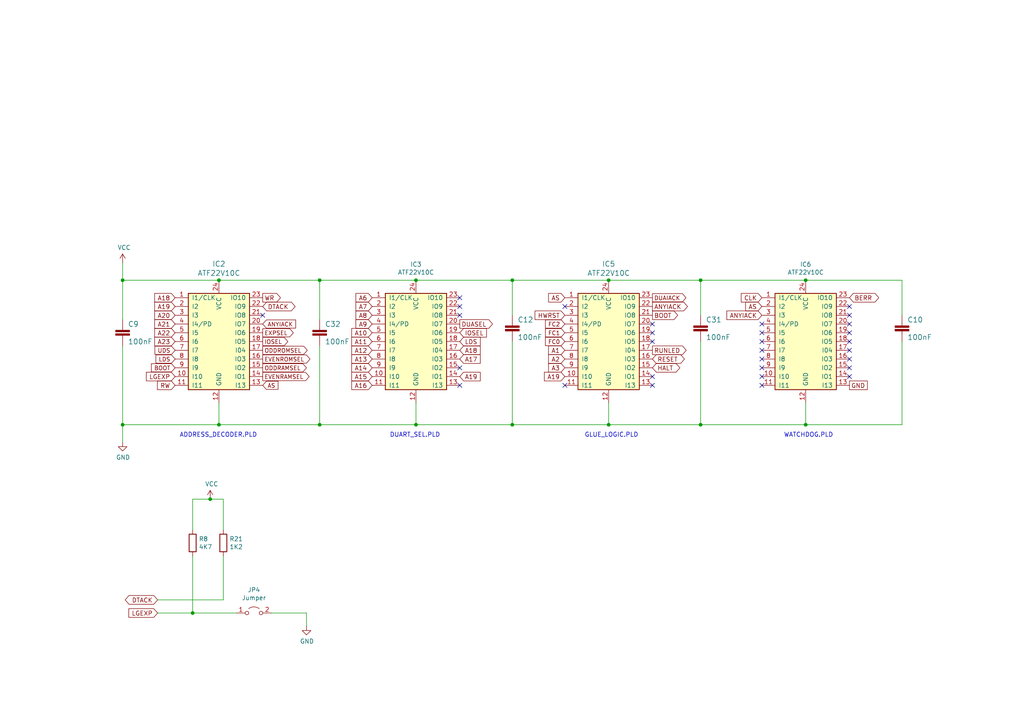
<source format=kicad_sch>
(kicad_sch (version 20211123) (generator eeschema)
  (paper "A4")
  (title_block (title "ROSCO_M68K CLASSIC MC68030 EDITION") (date "2023-11-09") (rev "1.0") (company "The Really Old-School Company Limited") (comment 1 "OSHWA UK000006 (https://certification.oshwa.org/uk000006.html)") (comment 2 "See https://github.com/roscopeco/rosco_m68k/blob/master/LICENCE.hardware.txt") (comment 3 "Open Source Hardware licenced under CERN Open Hardware Licence") (comment 4 "Copyright 2019-2023 Ross Bamford and Contributors"))
  (lib_symbols
    (symbol "Device:R" (pin_numbers hide) (pin_names (offset 0))
      (property "Reference" "R" (at 2.032 0 90))
      (property "Value" "R" (at 0 0 90))
      (symbol "R_0_1"
        (rectangle (start -1.016 -2.54) (end 1.016 2.54) (stroke (width 0.254)))
      )
      (symbol "R_1_1"
        (pin passive line (at 0 3.81 270) (length 1.27) (name "~") (number "1"))
        (pin passive line (at 0 -3.81 90) (length 1.27) (name "~") (number "2"))
      )
    )
    (symbol "Jumper:Jumper_2_Open" (pin_names (offset 0) hide)
      (property "Reference" "JP" (at 0 2.794 0))
      (property "Value" "Jumper_2_Open" (at 0 -2.286 0))
      (symbol "Jumper_2_Open_0_0"
        (circle (center -2.032 0) (radius 0.508))
        (circle (center 2.032 0) (radius 0.508))
      )
      (symbol "Jumper_2_Open_0_1"
        (arc (start 1.524 1.27) (mid 0 1.778) (end -1.524 1.27))
      )
      (symbol "Jumper_2_Open_1_1"
        (pin passive line (at -5.08 0 0) (length 2.54) (name "A") (number "1"))
        (pin passive line (at 5.08 0 180) (length 2.54) (name "B") (number "2"))
      )
    )
    (symbol "power:GND" (power) (pin_names (offset 0))
      (property "Value" "GND" (at 0 -3.81 0))
      (symbol "GND_0_1"
        (polyline (pts (xy 0 0) (xy 0 -1.27) (xy 1.27 -1.27) (xy 0 -2.54) (xy -1.27 -1.27) (xy 0 -1.27)))
      )
      (symbol "GND_1_1"
        (pin power_in line (at 0 0 270) (length 0) hide (name "GND") (number "1"))
      )
    )
    (symbol "power:VCC" (power) (pin_names (offset 0))
      (property "Value" "VCC" (at 0 3.81 0))
      (symbol "VCC_0_1"
        (polyline (pts (xy -0.762 1.27) (xy 0 2.54)))
        (polyline (pts (xy 0 0) (xy 0 2.54)))
        (polyline (pts (xy 0 2.54) (xy 0.762 1.27)))
      )
      (symbol "VCC_1_1"
        (pin power_in line (at 0 0 90) (length 0) hide (name "VCC") (number "1"))
      )
    )
    (symbol "rosco_m68k-eagle-import:C2,5-3" (pin_names (offset 1.016))
      (property "Reference" "C" (at 1.524 0.381 0))
      (property "Value" "C2,5-3" (at 1.524 -4.699 0))
      (symbol "C2,5-3_1_0"
        (rectangle (start -2.032 -2.032) (end 2.032 -1.524) (fill (type outline)))
        (rectangle (start -2.032 -1.016) (end 2.032 -0.508) (fill (type outline)))
        (polyline (pts (xy 0 -2.54) (xy 0 -2.032)))
        (polyline (pts (xy 0 0) (xy 0 -0.508)))
        (pin passive line (at 0 2.54 270) (length 2.54) (name "1") (number "1"))
        (pin passive line (at 0 -5.08 90) (length 2.54) (name "2") (number "2"))
      )
    )
    (symbol "rosco_m68k-rescue:GAL22V10" (pin_names (offset 1.016))
      (property "Reference" "IC" (at -8.89 16.51 0))
      (property "Value" "GAL22V10" (at 1.27 16.51 0))
      (symbol "GAL22V10_0_0"
        (pin power_in line (at 0 -17.78 90) (length 3.81) (name "GND") (number "12"))
        (pin power_in line (at 0 17.78 270) (length 3.81) (name "VCC") (number "24"))
      )
      (symbol "GAL22V10_0_1"
        (rectangle (start -8.89 13.97) (end 8.89 -13.97) (stroke (width 0.254)) (fill (type background)))
      )
      (symbol "GAL22V10_1_1"
        (pin input line (at -12.7 12.7 0) (length 3.81) (name "I1/CLK") (number "1"))
        (pin input line (at -12.7 -10.16 0) (length 3.81) (name "I10") (number "10"))
        (pin input line (at -12.7 -12.7 0) (length 3.81) (name "I11") (number "11"))
        (pin input line (at 12.7 -12.7 180) (length 3.81) (name "I13") (number "13"))
        (pin bidirectional line (at 12.7 -10.16 180) (length 3.81) (name "IO1") (number "14"))
        (pin bidirectional line (at 12.7 -7.62 180) (length 3.81) (name "IO2") (number "15"))
        (pin bidirectional line (at 12.7 -5.08 180) (length 3.81) (name "IO3") (number "16"))
        (pin bidirectional line (at 12.7 -2.54 180) (length 3.81) (name "I04") (number "17"))
        (pin bidirectional line (at 12.7 0 180) (length 3.81) (name "IO5") (number "18"))
        (pin bidirectional line (at 12.7 2.54 180) (length 3.81) (name "IO6") (number "19"))
        (pin input line (at -12.7 10.16 0) (length 3.81) (name "I2") (number "2"))
        (pin bidirectional line (at 12.7 5.08 180) (length 3.81) (name "IO7") (number "20"))
        (pin bidirectional line (at 12.7 7.62 180) (length 3.81) (name "IO8") (number "21"))
        (pin bidirectional line (at 12.7 10.16 180) (length 3.81) (name "IO9") (number "22"))
        (pin bidirectional line (at 12.7 12.7 180) (length 3.81) (name "IO10") (number "23"))
        (pin input line (at -12.7 7.62 0) (length 3.81) (name "I3") (number "3"))
        (pin input line (at -12.7 5.08 0) (length 3.81) (name "I4/PD") (number "4"))
        (pin input line (at -12.7 2.54 0) (length 3.81) (name "I5") (number "5"))
        (pin input line (at -12.7 0 0) (length 3.81) (name "I6") (number "6"))
        (pin input line (at -12.7 -2.54 0) (length 3.81) (name "I7") (number "7"))
        (pin input line (at -12.7 -5.08 0) (length 3.81) (name "I8") (number "8"))
        (pin input line (at -12.7 -7.62 0) (length 3.81) (name "I9") (number "9"))
      )
    )
  )
  (junction (at 92.71 123.19))
  (junction (at 233.68 81.28))
  (junction (at 176.53 123.19))
  (junction (at 148.59 81.28))
  (junction (at 63.5 123.19))
  (junction (at 120.65 123.19))
  (junction (at 63.5 81.28))
  (junction (at 203.2 123.19))
  (junction (at 148.59 123.19))
  (junction (at 176.53 81.28))
  (junction (at 233.68 123.19))
  (junction (at 35.56 81.28))
  (junction (at 92.71 81.28))
  (junction (at 120.65 81.28))
  (junction (at 35.56 123.19))
  (junction (at 203.2 81.28))
  (junction (at 60.96 144.78))
  (junction (at 55.88 177.8))
  (no_connect (at 133.35 88.9))
  (no_connect (at 220.98 93.98))
  (no_connect (at 133.35 91.44))
  (no_connect (at 133.35 106.68))
  (no_connect (at 133.35 86.36))
  (no_connect (at 246.38 99.06))
  (no_connect (at 246.38 93.98))
  (no_connect (at 220.98 111.76))
  (no_connect (at 220.98 101.6))
  (no_connect (at 246.38 91.44))
  (no_connect (at 189.23 111.76))
  (no_connect (at 246.38 109.22))
  (no_connect (at 220.98 99.06))
  (no_connect (at 76.2 91.44))
  (no_connect (at 133.35 111.76))
  (no_connect (at 246.38 88.9))
  (no_connect (at 246.38 96.52))
  (no_connect (at 189.23 96.52))
  (no_connect (at 220.98 96.52))
  (no_connect (at 163.83 111.76))
  (no_connect (at 246.38 106.68))
  (no_connect (at 246.38 104.14))
  (no_connect (at 246.38 101.6))
  (no_connect (at 189.23 109.22))
  (no_connect (at 220.98 109.22))
  (no_connect (at 220.98 104.14))
  (no_connect (at 189.23 93.98))
  (no_connect (at 220.98 106.68))
  (no_connect (at 189.23 99.06))
  (no_connect (at 163.83 88.9))
  (wire (pts (xy 148.59 99.06) (xy 148.59 123.19)))
  (wire (pts (xy 63.5 123.19) (xy 92.71 123.19)))
  (wire (pts (xy 64.77 161.29) (xy 64.77 173.99)))
  (wire (pts (xy 88.9 177.8) (xy 88.9 181.61)))
  (wire (pts (xy 233.68 116.84) (xy 233.68 123.19)))
  (wire (pts (xy 233.68 123.19) (xy 261.62 123.19)))
  (wire (pts (xy 45.72 173.99) (xy 64.77 173.99)))
  (wire (pts (xy 92.71 81.28) (xy 63.5 81.28)))
  (wire (pts (xy 35.56 81.28) (xy 63.5 81.28)))
  (wire (pts (xy 261.62 81.28) (xy 261.62 91.44)))
  (wire (pts (xy 78.74 177.8) (xy 88.9 177.8)))
  (wire (pts (xy 120.65 123.19) (xy 120.65 116.84)))
  (wire (pts (xy 92.71 92.71) (xy 92.71 81.28)))
  (wire (pts (xy 63.5 116.84) (xy 63.5 123.19)))
  (wire (pts (xy 35.56 123.19) (xy 63.5 123.19)))
  (wire (pts (xy 55.88 153.67) (xy 55.88 144.78)))
  (wire (pts (xy 148.59 123.19) (xy 176.53 123.19)))
  (wire (pts (xy 35.56 123.19) (xy 35.56 128.27)))
  (wire (pts (xy 203.2 123.19) (xy 233.68 123.19)))
  (wire (pts (xy 176.53 116.84) (xy 176.53 123.19)))
  (wire (pts (xy 55.88 177.8) (xy 68.58 177.8)))
  (wire (pts (xy 64.77 144.78) (xy 64.77 153.67)))
  (wire (pts (xy 92.71 81.28) (xy 120.65 81.28)))
  (wire (pts (xy 92.71 123.19) (xy 120.65 123.19)))
  (wire (pts (xy 203.2 81.28) (xy 233.68 81.28)))
  (wire (pts (xy 45.72 177.8) (xy 55.88 177.8)))
  (wire (pts (xy 55.88 144.78) (xy 60.96 144.78)))
  (wire (pts (xy 148.59 81.28) (xy 176.53 81.28)))
  (wire (pts (xy 203.2 99.06) (xy 203.2 123.19)))
  (wire (pts (xy 60.96 144.78) (xy 64.77 144.78)))
  (wire (pts (xy 148.59 123.19) (xy 120.65 123.19)))
  (wire (pts (xy 35.56 100.33) (xy 35.56 123.19)))
  (wire (pts (xy 55.88 161.29) (xy 55.88 177.8)))
  (wire (pts (xy 176.53 123.19) (xy 203.2 123.19)))
  (wire (pts (xy 92.71 100.33) (xy 92.71 123.19)))
  (wire (pts (xy 35.56 92.71) (xy 35.56 81.28)))
  (wire (pts (xy 148.59 81.28) (xy 120.65 81.28)))
  (wire (pts (xy 261.62 99.06) (xy 261.62 123.19)))
  (wire (pts (xy 203.2 81.28) (xy 203.2 91.44)))
  (wire (pts (xy 35.56 76.2) (xy 35.56 81.28)))
  (wire (pts (xy 148.59 81.28) (xy 148.59 91.44)))
  (wire (pts (xy 176.53 81.28) (xy 203.2 81.28)))
  (wire (pts (xy 233.68 81.28) (xy 261.62 81.28)))
  (text "GLUE_LOGIC.PLD" (at 169.545 127 0) (effects (font (size 1.27 1.27)) (justify left bottom)))
  (text "ADDRESS_DECODER.PLD" (at 52.07 127 0) (effects (font (size 1.27 1.27)) (justify left bottom)))
  (text "DUART_SEL.PLD" (at 113.03 127 0) (effects (font (size 1.27 1.27)) (justify left bottom)))
  (text "WATCHDOG.PLD" (at 227.33 127 0) (effects (font (size 1.27 1.27)) (justify left bottom)))
  (global_label "A8" (shape input) (at 107.95 91.44 180) (property "Intersheet References" "${INTERSHEET_REFS}" (effects hide)))
  (global_label "A3" (shape input) (at 163.83 106.68 180) (property "Intersheet References" "${INTERSHEET_REFS}" (effects hide)))
  (global_label "LDS" (shape input) (at 50.8 104.14 180) (effects (font (size 1.1938 1.1938))) (property "Intersheet References" "${INTERSHEET_REFS}" (effects hide)))
  (global_label "A22" (shape input) (at 50.8 96.52 180) (property "Intersheet References" "${INTERSHEET_REFS}" (effects hide)))
  (global_label "IOSEL" (shape input) (at 133.35 96.52 0) (property "Intersheet References" "${INTERSHEET_REFS}" (effects hide)))
  (global_label "ANYIACK" (shape input) (at 220.98 91.44 180) (property "Intersheet References" "${INTERSHEET_REFS}" (effects hide)))
  (global_label "DUASEL" (shape output) (at 133.35 93.98 0) (property "Intersheet References" "${INTERSHEET_REFS}" (effects hide)))
  (global_label "WR" (shape output) (at 76.2 86.36 0) (property "Intersheet References" "${INTERSHEET_REFS}" (effects hide)))
  (global_label "IOSEL" (shape output) (at 76.2 99.06 0) (effects (font (size 1.1938 1.1938))) (property "Intersheet References" "${INTERSHEET_REFS}" (effects hide)))
  (global_label "EXPSEL" (shape output) (at 76.2 96.52 0) (effects (font (size 1.1938 1.1938))) (property "Intersheet References" "${INTERSHEET_REFS}" (effects hide)))
  (global_label "A14" (shape input) (at 107.95 106.68 180) (property "Intersheet References" "${INTERSHEET_REFS}" (effects hide)))
  (global_label "A16" (shape input) (at 107.95 111.76 180) (property "Intersheet References" "${INTERSHEET_REFS}" (effects hide)))
  (global_label "ODDROMSEL" (shape output) (at 76.2 101.6 0) (effects (font (size 1.1938 1.1938))) (property "Intersheet References" "${INTERSHEET_REFS}" (effects hide)))
  (global_label "A11" (shape input) (at 107.95 99.06 180) (property "Intersheet References" "${INTERSHEET_REFS}" (effects hide)))
  (global_label "DTACK" (shape tri_state) (at 76.2 88.9 0) (property "Intersheet References" "${INTERSHEET_REFS}" (effects hide)))
  (global_label "A9" (shape input) (at 107.95 93.98 180) (property "Intersheet References" "${INTERSHEET_REFS}" (effects hide)))
  (global_label "DTACK" (shape bidirectional) (at 45.72 173.99 180) (property "Intersheet References" "${INTERSHEET_REFS}" (effects hide)))
  (global_label "AS" (shape input) (at 220.98 88.9 180) (property "Intersheet References" "${INTERSHEET_REFS}" (effects hide)))
  (global_label "CLK" (shape input) (at 220.98 86.36 180) (property "Intersheet References" "${INTERSHEET_REFS}" (effects hide)))
  (global_label "FC1" (shape input) (at 163.83 96.52 180) (effects (font (size 1.1938 1.1938))) (property "Intersheet References" "${INTERSHEET_REFS}" (effects hide)))
  (global_label "A1" (shape input) (at 163.83 101.6 180) (property "Intersheet References" "${INTERSHEET_REFS}" (effects hide)))
  (global_label "LDS" (shape input) (at 133.35 99.06 0) (property "Intersheet References" "${INTERSHEET_REFS}" (effects hide)))
  (global_label "A19" (shape input) (at 163.83 109.22 180) (property "Intersheet References" "${INTERSHEET_REFS}" (effects hide)))
  (global_label "ANYIACK" (shape input) (at 76.2 93.98 0) (effects (font (size 1.1938 1.1938))) (property "Intersheet References" "${INTERSHEET_REFS}" (effects hide)))
  (global_label "A7" (shape input) (at 107.95 88.9 180) (property "Intersheet References" "${INTERSHEET_REFS}" (effects hide)))
  (global_label "A18" (shape input) (at 50.8 86.36 180) (property "Intersheet References" "${INTERSHEET_REFS}" (effects hide)))
  (global_label "ANYIACK" (shape output) (at 189.23 88.9 0) (property "Intersheet References" "${INTERSHEET_REFS}" (effects hide)))
  (global_label "RW" (shape input) (at 50.8 111.76 180) (property "Intersheet References" "${INTERSHEET_REFS}" (effects hide)))
  (global_label "HALT" (shape tri_state) (at 189.23 106.68 0) (property "Intersheet References" "${INTERSHEET_REFS}" (effects hide)))
  (global_label "EVENROMSEL" (shape output) (at 76.2 104.14 0) (effects (font (size 1.1938 1.1938))) (property "Intersheet References" "${INTERSHEET_REFS}" (effects hide)))
  (global_label "BOOT" (shape input) (at 50.8 106.68 180) (effects (font (size 1.1938 1.1938))) (property "Intersheet References" "${INTERSHEET_REFS}" (effects hide)))
  (global_label "A15" (shape input) (at 107.95 109.22 180) (property "Intersheet References" "${INTERSHEET_REFS}" (effects hide)))
  (global_label "A17" (shape input) (at 133.35 104.14 0) (property "Intersheet References" "${INTERSHEET_REFS}" (effects hide)))
  (global_label "DUAIACK" (shape output) (at 189.23 86.36 0) (effects (font (size 1.1938 1.1938))) (property "Intersheet References" "${INTERSHEET_REFS}" (effects hide)))
  (global_label "A6" (shape input) (at 107.95 86.36 180) (property "Intersheet References" "${INTERSHEET_REFS}" (effects hide)))
  (global_label "A10" (shape input) (at 107.95 96.52 180) (property "Intersheet References" "${INTERSHEET_REFS}" (effects hide)))
  (global_label "HWRST" (shape input) (at 163.83 91.44 180) (property "Intersheet References" "${INTERSHEET_REFS}" (effects hide)))
  (global_label "A23" (shape input) (at 50.8 99.06 180) (property "Intersheet References" "${INTERSHEET_REFS}" (effects hide)))
  (global_label "AS" (shape input) (at 163.83 86.36 180) (property "Intersheet References" "${INTERSHEET_REFS}" (effects hide)))
  (global_label "LGEXP" (shape input) (at 45.72 177.8 180) (property "Intersheet References" "${INTERSHEET_REFS}" (effects hide)))
  (global_label "RESET" (shape tri_state) (at 189.23 104.14 0) (property "Intersheet References" "${INTERSHEET_REFS}" (effects hide)))
  (global_label "ODDRAMSEL" (shape output) (at 76.2 106.68 0) (effects (font (size 1.1938 1.1938))) (property "Intersheet References" "${INTERSHEET_REFS}" (effects hide)))
  (global_label "LGEXP" (shape input) (at 50.8 109.22 180) (property "Intersheet References" "${INTERSHEET_REFS}" (effects hide)))
  (global_label "A20" (shape input) (at 50.8 91.44 180) (property "Intersheet References" "${INTERSHEET_REFS}" (effects hide)))
  (global_label "AS" (shape input) (at 76.2 111.76 0) (effects (font (size 1.1938 1.1938))) (property "Intersheet References" "${INTERSHEET_REFS}" (effects hide)))
  (global_label "BOOT" (shape output) (at 189.23 91.44 0) (property "Intersheet References" "${INTERSHEET_REFS}" (effects hide)))
  (global_label "A18" (shape input) (at 133.35 101.6 0) (property "Intersheet References" "${INTERSHEET_REFS}" (effects hide)))
  (global_label "UDS" (shape input) (at 50.8 101.6 180) (effects (font (size 1.1938 1.1938))) (property "Intersheet References" "${INTERSHEET_REFS}" (effects hide)))
  (global_label "FC2" (shape input) (at 163.83 93.98 180) (effects (font (size 1.1938 1.1938))) (property "Intersheet References" "${INTERSHEET_REFS}" (effects hide)))
  (global_label "RUNLED" (shape output) (at 189.23 101.6 0) (property "Intersheet References" "${INTERSHEET_REFS}" (effects hide)))
  (global_label "A19" (shape input) (at 133.35 109.22 0) (property "Intersheet References" "${INTERSHEET_REFS}" (effects hide)))
  (global_label "EVENRAMSEL" (shape output) (at 76.2 109.22 0) (effects (font (size 1.1938 1.1938))) (property "Intersheet References" "${INTERSHEET_REFS}" (effects hide)))
  (global_label "A13" (shape input) (at 107.95 104.14 180) (property "Intersheet References" "${INTERSHEET_REFS}" (effects hide)))
  (global_label "A19" (shape input) (at 50.8 88.9 180) (property "Intersheet References" "${INTERSHEET_REFS}" (effects hide)))
  (global_label "A2" (shape input) (at 163.83 104.14 180) (property "Intersheet References" "${INTERSHEET_REFS}" (effects hide)))
  (global_label "FC0" (shape input) (at 163.83 99.06 180) (effects (font (size 1.1938 1.1938))) (property "Intersheet References" "${INTERSHEET_REFS}" (effects hide)))
  (global_label "GND" (shape passive) (at 246.38 111.76 0) (property "Intersheet References" "${INTERSHEET_REFS}" (effects hide)))
  (global_label "BERR" (shape tri_state) (at 246.38 86.36 0) (property "Intersheet References" "${INTERSHEET_REFS}" (effects hide)))
  (global_label "A21" (shape input) (at 50.8 93.98 180) (property "Intersheet References" "${INTERSHEET_REFS}" (effects hide)))
  (global_label "A12" (shape input) (at 107.95 101.6 180) (property "Intersheet References" "${INTERSHEET_REFS}" (effects hide)))
  (symbol (lib_id "rosco_m68k-rescue:GAL22V10") (at 176.53 99.06 0) (unit 1)
    (property "Reference" "IC5" (at 176.53 76.5556 0) (effects (font (size 1.4986 1.4986))))
    (property "Value" "ATF22V10C" (at 176.53 79.2226 0) (effects (font (size 1.4986 1.4986))))
    (property "Footprint" "Package_DIP:DIP-24_W7.62mm_Socket_LongPads" (effects hide))
    (property "Datasheet" "https://www.mouser.com/datasheet/2/268/doc0735-1369018.pdf" (effects hide))
  )
  (symbol (lib_id "rosco_m68k-eagle-import:C2,5-3") (at 35.56 95.25 0) (unit 1)
    (property "Reference" "C9" (at 37.084 94.869 0) (effects (font (size 1.4986 1.4986)) (justify left bottom)))
    (property "Value" "100nF" (at 37.084 99.949 0) (effects (font (size 1.4986 1.4986)) (justify left bottom)))
    (property "Footprint" "rosco_m68k:C2.5-3" (effects hide))
  )
  (symbol (lib_id "power:VCC") (at 35.56 76.2 0) (unit 1)
    (property "Reference" "#PWR0113" (effects hide))
    (property "Value" "VCC" (at 35.9918 71.8058 0))
  )
  (symbol (lib_id "power:GND") (at 35.56 128.27 0) (unit 1)
    (property "Reference" "#PWR0115" (effects hide))
    (property "Value" "GND" (at 35.687 132.6642 0))
  )
  (symbol (lib_id "rosco_m68k-rescue:GAL22V10") (at 63.5 99.06 0) (unit 1)
    (property "Reference" "IC2" (at 63.5 76.5556 0) (effects (font (size 1.4986 1.4986))))
    (property "Value" "ATF22V10C" (at 63.5 79.2226 0) (effects (font (size 1.4986 1.4986))))
    (property "Footprint" "Package_DIP:DIP-24_W7.62mm_Socket_LongPads" (effects hide))
    (property "Datasheet" "https://www.mouser.com/datasheet/2/268/doc0735-1369018.pdf" (effects hide))
  )
  (symbol (lib_id "rosco_m68k-rescue:GAL22V10") (at 233.68 99.06 0) (unit 1)
    (property "Reference" "IC6" (at 233.68 76.6826 0))
    (property "Value" "ATF22V10C" (at 233.68 78.994 0))
    (property "Footprint" "Package_DIP:DIP-24_W7.62mm_Socket_LongPads" (effects hide))
    (property "Datasheet" "https://www.mouser.com/datasheet/2/268/doc0735-1369018.pdf" (effects hide))
  )
  (symbol (lib_id "rosco_m68k-eagle-import:C2,5-3") (at 148.59 93.98 0) (unit 1)
    (property "Reference" "C12" (at 150.114 93.599 0) (effects (font (size 1.4986 1.4986)) (justify left bottom)))
    (property "Value" "100nF" (at 150.114 98.679 0) (effects (font (size 1.4986 1.4986)) (justify left bottom)))
    (property "Footprint" "rosco_m68k:C2.5-3" (effects hide))
  )
  (symbol (lib_id "Device:R") (at 55.88 157.48 0) (unit 1)
    (property "Reference" "R8" (at 57.658 156.3116 0) (effects (justify left)))
    (property "Value" "4K7" (at 57.658 158.623 0) (effects (justify left)))
    (property "Footprint" "rosco_m68k:0207_10" (effects hide))
  )
  (symbol (lib_id "Device:R") (at 64.77 157.48 0) (unit 1)
    (property "Reference" "R21" (at 66.548 156.3116 0) (effects (justify left)))
    (property "Value" "1K2" (at 66.548 158.623 0) (effects (justify left)))
    (property "Footprint" "rosco_m68k:0207_10" (effects hide))
  )
  (symbol (lib_id "power:VCC") (at 60.96 144.78 0) (unit 1)
    (property "Reference" "#PWR0116" (effects hide))
    (property "Value" "VCC" (at 61.3918 140.3858 0))
  )
  (symbol (lib_id "rosco_m68k-eagle-import:C2,5-3") (at 261.62 93.98 0) (unit 1)
    (property "Reference" "C10" (at 263.144 93.599 0) (effects (font (size 1.4986 1.4986)) (justify left bottom)))
    (property "Value" "100nF" (at 263.144 98.679 0) (effects (font (size 1.4986 1.4986)) (justify left bottom)))
    (property "Footprint" "rosco_m68k:C2.5-3" (effects hide))
  )
  (symbol (lib_id "rosco_m68k-rescue:GAL22V10") (at 120.65 99.06 0) (unit 1)
    (property "Reference" "IC3" (at 120.65 76.6826 0))
    (property "Value" "ATF22V10C" (at 120.65 78.994 0))
    (property "Footprint" "Package_DIP:DIP-24_W7.62mm_Socket_LongPads" (effects hide))
    (property "Datasheet" "https://www.mouser.com/datasheet/2/268/doc0735-1369018.pdf" (effects hide))
  )
  (symbol (lib_id "rosco_m68k-eagle-import:C2,5-3") (at 203.2 93.98 0) (unit 1)
    (property "Reference" "C31" (at 204.724 93.599 0) (effects (font (size 1.4986 1.4986)) (justify left bottom)))
    (property "Value" "100nF" (at 204.724 98.679 0) (effects (font (size 1.4986 1.4986)) (justify left bottom)))
    (property "Footprint" "rosco_m68k:C2.5-3" (effects hide))
  )
  (symbol (lib_id "rosco_m68k-eagle-import:C2,5-3") (at 92.71 95.25 0) (unit 1)
    (property "Reference" "C32" (at 94.234 94.869 0) (effects (font (size 1.4986 1.4986)) (justify left bottom)))
    (property "Value" "100nF" (at 94.234 99.949 0) (effects (font (size 1.4986 1.4986)) (justify left bottom)))
    (property "Footprint" "rosco_m68k:C2.5-3" (effects hide))
  )
  (symbol (lib_id "Jumper:Jumper_2_Open") (at 73.66 177.8 0) (unit 1)
    (property "Reference" "JP4" (at 73.66 171.0944 0))
    (property "Value" "Jumper" (at 73.66 173.4058 0))
    (property "Footprint" "rosco_m68k:1X02" (effects hide))
  )
  (symbol (lib_id "power:GND") (at 88.9 181.61 0) (unit 1)
    (property "Reference" "#PWR05" (effects hide))
    (property "Value" "GND" (at 89.027 186.0042 0))
  )
)
</source>
